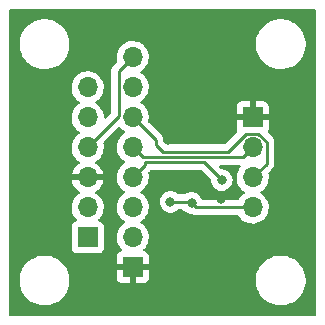
<source format=gbr>
%TF.GenerationSoftware,KiCad,Pcbnew,(6.0.5)*%
%TF.CreationDate,2022-10-07T13:32:43+01:00*%
%TF.ProjectId,IBBC_0001,49424243-5f30-4303-9031-2e6b69636164,rev?*%
%TF.SameCoordinates,Original*%
%TF.FileFunction,Copper,L2,Bot*%
%TF.FilePolarity,Positive*%
%FSLAX46Y46*%
G04 Gerber Fmt 4.6, Leading zero omitted, Abs format (unit mm)*
G04 Created by KiCad (PCBNEW (6.0.5)) date 2022-10-07 13:32:43*
%MOMM*%
%LPD*%
G01*
G04 APERTURE LIST*
%TA.AperFunction,ComponentPad*%
%ADD10R,1.700000X1.700000*%
%TD*%
%TA.AperFunction,ComponentPad*%
%ADD11O,1.700000X1.700000*%
%TD*%
%TA.AperFunction,ViaPad*%
%ADD12C,0.800000*%
%TD*%
%TA.AperFunction,Conductor*%
%ADD13C,0.250000*%
%TD*%
G04 APERTURE END LIST*
D10*
%TO.P,J4,1,Pin_1*%
%TO.N,GND*%
X7620000Y3800000D03*
D11*
%TO.P,J4,2,Pin_2*%
%TO.N,INT2*%
X7620000Y1260000D03*
%TO.P,J4,3,Pin_3*%
%TO.N,SDO*%
X7620000Y-1280000D03*
%TO.P,J4,4,Pin_4*%
%TO.N,CS*%
X7620000Y-3820000D03*
%TD*%
D10*
%TO.P,J3,1,Pin_1*%
%TO.N,Vin*%
X-6350000Y-6350000D03*
D11*
%TO.P,J3,2,Pin_2*%
%TO.N,3v3*%
X-6350000Y-3810000D03*
%TO.P,J3,3,Pin_3*%
%TO.N,GND*%
X-6350000Y-1270000D03*
%TO.P,J3,4,Pin_4*%
%TO.N,SCL*%
X-6350000Y1270000D03*
%TO.P,J3,5,Pin_5*%
%TO.N,SDA*%
X-6350000Y3810000D03*
%TO.P,J3,6,Pin_6*%
%TO.N,INT1*%
X-6350000Y6350000D03*
%TD*%
D10*
%TO.P,J2,1,Pin_1*%
%TO.N,GND*%
X-2540000Y-8875000D03*
D11*
%TO.P,J2,2,Pin_2*%
%TO.N,3v3*%
X-2540000Y-6335000D03*
%TO.P,J2,3,Pin_3*%
%TO.N,CS*%
X-2540000Y-3795000D03*
%TO.P,J2,4,Pin_4*%
%TO.N,INT1*%
X-2540000Y-1255000D03*
%TO.P,J2,5,Pin_5*%
%TO.N,INT2*%
X-2540000Y1285000D03*
%TO.P,J2,6,Pin_6*%
%TO.N,SDO*%
X-2540000Y3825000D03*
%TO.P,J2,7,Pin_7*%
%TO.N,SDA*%
X-2540000Y6365000D03*
%TO.P,J2,8,Pin_8*%
%TO.N,SCL*%
X-2540000Y8905000D03*
%TD*%
D12*
%TO.N,GND*%
X4900000Y-3095500D03*
%TO.N,CS*%
X2446841Y-3430530D03*
X657920Y-3343442D03*
%TO.N,GND*%
X412299Y1887701D03*
%TO.N,INT1*%
X5000000Y-1500000D03*
%TD*%
D13*
%TO.N,CS*%
X7620000Y-3820000D02*
X2836311Y-3820000D01*
X2836311Y-3820000D02*
X2446841Y-3430530D01*
X2243442Y-3343442D02*
X2330530Y-3430530D01*
X657920Y-3343442D02*
X2243442Y-3343442D01*
X2330530Y-3430530D02*
X2446841Y-3430530D01*
%TO.N,INT1*%
X-1500000Y-215000D02*
X-2540000Y-1255000D01*
X-1500000Y-14520D02*
X-1500000Y-215000D01*
X3514520Y-14520D02*
X-1500000Y-14520D01*
X5000000Y-1500000D02*
X3514520Y-14520D01*
%TO.N,SDO*%
X-600000Y1885000D02*
X-2540000Y3825000D01*
X-600000Y1500000D02*
X-600000Y1885000D01*
X5500000Y884520D02*
X15480Y884520D01*
X7049991Y2434511D02*
X5500000Y884520D01*
X8106499Y2434511D02*
X7049991Y2434511D01*
X15480Y884520D02*
X-600000Y1500000D01*
X8794511Y1746499D02*
X8106499Y2434511D01*
X8794511Y-105489D02*
X8794511Y1746499D01*
X7620000Y-1280000D02*
X8794511Y-105489D01*
%TO.N,INT2*%
X6795000Y435000D02*
X7620000Y1260000D01*
X-2540000Y1285000D02*
X-1690000Y435000D01*
X-1690000Y435000D02*
X6795000Y435000D01*
%TO.N,CS*%
X7595000Y-3795000D02*
X7620000Y-3820000D01*
%TO.N,INT2*%
X7595000Y1285000D02*
X7620000Y1260000D01*
%TO.N,SCL*%
X-3714511Y7730489D02*
X-2540000Y8905000D01*
X-3714511Y3905489D02*
X-3714511Y7730489D01*
X-6350000Y1270000D02*
X-3714511Y3905489D01*
%TD*%
%TA.AperFunction,Conductor*%
%TO.N,GND*%
G36*
X12933621Y12971498D02*
G01*
X12980114Y12917842D01*
X12991500Y12865500D01*
X12991500Y-12865500D01*
X12971498Y-12933621D01*
X12917842Y-12980114D01*
X12865500Y-12991500D01*
X-12865500Y-12991500D01*
X-12933621Y-12971498D01*
X-12980114Y-12917842D01*
X-12991500Y-12865500D01*
X-12991500Y-10132703D01*
X-12109257Y-10132703D01*
X-12071732Y-10417734D01*
X-11995871Y-10695036D01*
X-11883077Y-10959476D01*
X-11735439Y-11206161D01*
X-11555687Y-11430528D01*
X-11347149Y-11628423D01*
X-11113683Y-11796186D01*
X-11109888Y-11798195D01*
X-11109887Y-11798196D01*
X-11088131Y-11809715D01*
X-10859608Y-11930712D01*
X-10589627Y-12029511D01*
X-10308736Y-12090755D01*
X-10280159Y-12093004D01*
X-10085718Y-12108307D01*
X-10085709Y-12108307D01*
X-10083261Y-12108500D01*
X-9927729Y-12108500D01*
X-9925593Y-12108354D01*
X-9925582Y-12108354D01*
X-9717452Y-12094165D01*
X-9717446Y-12094164D01*
X-9713175Y-12093873D01*
X-9708980Y-12093004D01*
X-9708978Y-12093004D01*
X-9572416Y-12064723D01*
X-9431658Y-12035574D01*
X-9160657Y-11939607D01*
X-8905188Y-11807750D01*
X-8901687Y-11805289D01*
X-8901683Y-11805287D01*
X-8787583Y-11725096D01*
X-8669977Y-11642441D01*
X-8459378Y-11446740D01*
X-8277287Y-11224268D01*
X-8127073Y-10979142D01*
X-8011517Y-10715898D01*
X-7932756Y-10439406D01*
X-7892249Y-10154784D01*
X-7892155Y-10136951D01*
X-7890765Y-9871583D01*
X-7890765Y-9871576D01*
X-7890743Y-9867297D01*
X-7893993Y-9842606D01*
X-7903596Y-9769669D01*
X-3897999Y-9769669D01*
X-3897629Y-9776490D01*
X-3892105Y-9827352D01*
X-3888479Y-9842604D01*
X-3843324Y-9963054D01*
X-3834786Y-9978649D01*
X-3758285Y-10080724D01*
X-3745724Y-10093285D01*
X-3643649Y-10169786D01*
X-3628054Y-10178324D01*
X-3507606Y-10223478D01*
X-3492351Y-10227105D01*
X-3441486Y-10232631D01*
X-3434672Y-10233000D01*
X-2812115Y-10233000D01*
X-2796876Y-10228525D01*
X-2795671Y-10227135D01*
X-2794000Y-10219452D01*
X-2794000Y-10214884D01*
X-2286000Y-10214884D01*
X-2281525Y-10230123D01*
X-2280135Y-10231328D01*
X-2272452Y-10232999D01*
X-1645331Y-10232999D01*
X-1638510Y-10232629D01*
X-1587648Y-10227105D01*
X-1572396Y-10223479D01*
X-1451946Y-10178324D01*
X-1436351Y-10169786D01*
X-1386871Y-10132703D01*
X7890743Y-10132703D01*
X7928268Y-10417734D01*
X8004129Y-10695036D01*
X8116923Y-10959476D01*
X8264561Y-11206161D01*
X8444313Y-11430528D01*
X8652851Y-11628423D01*
X8886317Y-11796186D01*
X8890112Y-11798195D01*
X8890113Y-11798196D01*
X8911869Y-11809715D01*
X9140392Y-11930712D01*
X9410373Y-12029511D01*
X9691264Y-12090755D01*
X9719841Y-12093004D01*
X9914282Y-12108307D01*
X9914291Y-12108307D01*
X9916739Y-12108500D01*
X10072271Y-12108500D01*
X10074407Y-12108354D01*
X10074418Y-12108354D01*
X10282548Y-12094165D01*
X10282554Y-12094164D01*
X10286825Y-12093873D01*
X10291020Y-12093004D01*
X10291022Y-12093004D01*
X10427584Y-12064723D01*
X10568342Y-12035574D01*
X10839343Y-11939607D01*
X11094812Y-11807750D01*
X11098313Y-11805289D01*
X11098317Y-11805287D01*
X11212417Y-11725096D01*
X11330023Y-11642441D01*
X11540622Y-11446740D01*
X11722713Y-11224268D01*
X11872927Y-10979142D01*
X11988483Y-10715898D01*
X12067244Y-10439406D01*
X12107751Y-10154784D01*
X12107845Y-10136951D01*
X12109235Y-9871583D01*
X12109235Y-9871576D01*
X12109257Y-9867297D01*
X12106007Y-9842606D01*
X12072292Y-9586522D01*
X12071732Y-9582266D01*
X11995871Y-9304964D01*
X11921528Y-9130671D01*
X11884763Y-9044476D01*
X11884761Y-9044472D01*
X11883077Y-9040524D01*
X11735439Y-8793839D01*
X11555687Y-8569472D01*
X11347149Y-8371577D01*
X11113683Y-8203814D01*
X11091843Y-8192250D01*
X11068654Y-8179972D01*
X10859608Y-8069288D01*
X10616522Y-7980331D01*
X10593658Y-7971964D01*
X10593656Y-7971963D01*
X10589627Y-7970489D01*
X10308736Y-7909245D01*
X10277685Y-7906801D01*
X10085718Y-7891693D01*
X10085709Y-7891693D01*
X10083261Y-7891500D01*
X9927729Y-7891500D01*
X9925593Y-7891646D01*
X9925582Y-7891646D01*
X9717452Y-7905835D01*
X9717446Y-7905836D01*
X9713175Y-7906127D01*
X9708980Y-7906996D01*
X9708978Y-7906996D01*
X9572416Y-7935277D01*
X9431658Y-7964426D01*
X9160657Y-8060393D01*
X8905188Y-8192250D01*
X8901687Y-8194711D01*
X8901683Y-8194713D01*
X8891594Y-8201804D01*
X8669977Y-8357559D01*
X8459378Y-8553260D01*
X8277287Y-8775732D01*
X8127073Y-9020858D01*
X8125347Y-9024791D01*
X8125346Y-9024792D01*
X8077638Y-9133475D01*
X8011517Y-9284102D01*
X7932756Y-9560594D01*
X7929672Y-9582266D01*
X7894792Y-9827351D01*
X7892249Y-9845216D01*
X7892227Y-9849505D01*
X7892226Y-9849512D01*
X7891550Y-9978649D01*
X7890743Y-10132703D01*
X-1386871Y-10132703D01*
X-1334276Y-10093285D01*
X-1321715Y-10080724D01*
X-1245214Y-9978649D01*
X-1236676Y-9963054D01*
X-1191522Y-9842606D01*
X-1187895Y-9827351D01*
X-1182369Y-9776486D01*
X-1182000Y-9769672D01*
X-1182000Y-9147115D01*
X-1186475Y-9131876D01*
X-1187865Y-9130671D01*
X-1195548Y-9129000D01*
X-2267885Y-9129000D01*
X-2283124Y-9133475D01*
X-2284329Y-9134865D01*
X-2286000Y-9142548D01*
X-2286000Y-10214884D01*
X-2794000Y-10214884D01*
X-2794000Y-9147115D01*
X-2798475Y-9131876D01*
X-2799865Y-9130671D01*
X-2807548Y-9129000D01*
X-3879884Y-9129000D01*
X-3895123Y-9133475D01*
X-3896328Y-9134865D01*
X-3897999Y-9142548D01*
X-3897999Y-9769669D01*
X-7903596Y-9769669D01*
X-7927708Y-9586522D01*
X-7928268Y-9582266D01*
X-8004129Y-9304964D01*
X-8078472Y-9130671D01*
X-8115237Y-9044476D01*
X-8115239Y-9044472D01*
X-8116923Y-9040524D01*
X-8264561Y-8793839D01*
X-8444313Y-8569472D01*
X-8652851Y-8371577D01*
X-8886317Y-8203814D01*
X-8908157Y-8192250D01*
X-8931346Y-8179972D01*
X-9140392Y-8069288D01*
X-9383478Y-7980331D01*
X-9406342Y-7971964D01*
X-9406344Y-7971963D01*
X-9410373Y-7970489D01*
X-9691264Y-7909245D01*
X-9722315Y-7906801D01*
X-9914282Y-7891693D01*
X-9914291Y-7891693D01*
X-9916739Y-7891500D01*
X-10072271Y-7891500D01*
X-10074407Y-7891646D01*
X-10074418Y-7891646D01*
X-10282548Y-7905835D01*
X-10282554Y-7905836D01*
X-10286825Y-7906127D01*
X-10291020Y-7906996D01*
X-10291022Y-7906996D01*
X-10427584Y-7935277D01*
X-10568342Y-7964426D01*
X-10839343Y-8060393D01*
X-11094812Y-8192250D01*
X-11098313Y-8194711D01*
X-11098317Y-8194713D01*
X-11108406Y-8201804D01*
X-11330023Y-8357559D01*
X-11540622Y-8553260D01*
X-11722713Y-8775732D01*
X-11872927Y-9020858D01*
X-11874653Y-9024791D01*
X-11874654Y-9024792D01*
X-11922362Y-9133475D01*
X-11988483Y-9284102D01*
X-12067244Y-9560594D01*
X-12070328Y-9582266D01*
X-12105208Y-9827351D01*
X-12107751Y-9845216D01*
X-12107773Y-9849505D01*
X-12107774Y-9849512D01*
X-12108450Y-9978649D01*
X-12109257Y-10132703D01*
X-12991500Y-10132703D01*
X-12991500Y-3776695D01*
X-7712749Y-3776695D01*
X-7712452Y-3781848D01*
X-7712452Y-3781851D01*
X-7706413Y-3886590D01*
X-7699890Y-3999715D01*
X-7698753Y-4004761D01*
X-7698752Y-4004767D01*
X-7682261Y-4077939D01*
X-7650778Y-4217639D01*
X-7566734Y-4424616D01*
X-7450013Y-4615088D01*
X-7303750Y-4783938D01*
X-7299770Y-4787242D01*
X-7295019Y-4791187D01*
X-7255384Y-4850090D01*
X-7253887Y-4921071D01*
X-7291003Y-4981593D01*
X-7331275Y-5006112D01*
X-7427249Y-5042091D01*
X-7446705Y-5049385D01*
X-7563261Y-5136739D01*
X-7650615Y-5253295D01*
X-7701745Y-5389684D01*
X-7708500Y-5451866D01*
X-7708500Y-7248134D01*
X-7701745Y-7310316D01*
X-7650615Y-7446705D01*
X-7563261Y-7563261D01*
X-7446705Y-7650615D01*
X-7310316Y-7701745D01*
X-7248134Y-7708500D01*
X-5451866Y-7708500D01*
X-5389684Y-7701745D01*
X-5253295Y-7650615D01*
X-5136739Y-7563261D01*
X-5049385Y-7446705D01*
X-4998255Y-7310316D01*
X-4991500Y-7248134D01*
X-4991500Y-5451866D01*
X-4998255Y-5389684D01*
X-5049385Y-5253295D01*
X-5136739Y-5136739D01*
X-5253295Y-5049385D01*
X-5265868Y-5044672D01*
X-5371797Y-5004960D01*
X-5428561Y-4962318D01*
X-5453261Y-4895756D01*
X-5438053Y-4826408D01*
X-5416507Y-4797727D01*
X-5387617Y-4768938D01*
X-5311904Y-4693489D01*
X-5298109Y-4674292D01*
X-5184565Y-4516277D01*
X-5181547Y-4512077D01*
X-5174133Y-4497077D01*
X-5084864Y-4316453D01*
X-5084863Y-4316451D01*
X-5082570Y-4311811D01*
X-5017630Y-4098069D01*
X-4988471Y-3876590D01*
X-4988389Y-3873240D01*
X-4986926Y-3813365D01*
X-4986926Y-3813361D01*
X-4986844Y-3810000D01*
X-5005148Y-3587361D01*
X-5059569Y-3370702D01*
X-5148646Y-3165840D01*
X-5260709Y-2992617D01*
X-5267178Y-2982617D01*
X-5267180Y-2982614D01*
X-5269986Y-2978277D01*
X-5420330Y-2813051D01*
X-5424381Y-2809852D01*
X-5424385Y-2809848D01*
X-5591586Y-2677800D01*
X-5591590Y-2677798D01*
X-5595641Y-2674598D01*
X-5604899Y-2669487D01*
X-5620830Y-2660693D01*
X-5637431Y-2651529D01*
X-5687402Y-2601097D01*
X-5702174Y-2531654D01*
X-5677058Y-2465248D01*
X-5649706Y-2438641D01*
X-5474672Y-2313792D01*
X-5466800Y-2307139D01*
X-5315948Y-2156812D01*
X-5309270Y-2148965D01*
X-5184997Y-1976020D01*
X-5179687Y-1967183D01*
X-5085330Y-1776267D01*
X-5081531Y-1766672D01*
X-5019623Y-1562910D01*
X-5017445Y-1552837D01*
X-5016014Y-1541962D01*
X-5018225Y-1527778D01*
X-5031383Y-1524000D01*
X-7666775Y-1524000D01*
X-7680306Y-1527973D01*
X-7681743Y-1537966D01*
X-7651435Y-1672446D01*
X-7648355Y-1682275D01*
X-7568230Y-1879603D01*
X-7563587Y-1888794D01*
X-7452306Y-2070388D01*
X-7446223Y-2078699D01*
X-7306787Y-2239667D01*
X-7299420Y-2246883D01*
X-7135566Y-2382916D01*
X-7127119Y-2388831D01*
X-7058031Y-2429203D01*
X-7009307Y-2480842D01*
X-6996236Y-2550625D01*
X-7022967Y-2616396D01*
X-7063416Y-2649752D01*
X-7076393Y-2656507D01*
X-7080526Y-2659610D01*
X-7080529Y-2659612D01*
X-7250900Y-2787530D01*
X-7255035Y-2790635D01*
X-7258607Y-2794373D01*
X-7391465Y-2933401D01*
X-7409371Y-2952138D01*
X-7412285Y-2956410D01*
X-7412286Y-2956411D01*
X-7419930Y-2967617D01*
X-7535257Y-3136680D01*
X-7582284Y-3237992D01*
X-7624666Y-3329297D01*
X-7629312Y-3339305D01*
X-7689011Y-3554570D01*
X-7712749Y-3776695D01*
X-12991500Y-3776695D01*
X-12991500Y1303305D01*
X-7712749Y1303305D01*
X-7712452Y1298152D01*
X-7712452Y1298149D01*
X-7704014Y1151808D01*
X-7699890Y1080285D01*
X-7698753Y1075239D01*
X-7698752Y1075233D01*
X-7678881Y987061D01*
X-7650778Y862361D01*
X-7566734Y655384D01*
X-7450013Y464912D01*
X-7303750Y296062D01*
X-7131874Y153368D01*
X-7058045Y110226D01*
X-7009321Y58588D01*
X-6996250Y-11195D01*
X-7022981Y-76967D01*
X-7063438Y-110327D01*
X-7071543Y-114546D01*
X-7080262Y-120036D01*
X-7250567Y-247905D01*
X-7258274Y-254748D01*
X-7405410Y-408717D01*
X-7411896Y-416727D01*
X-7531902Y-592649D01*
X-7537000Y-601623D01*
X-7626662Y-794783D01*
X-7630225Y-804470D01*
X-7685611Y-1004183D01*
X-7684088Y-1012607D01*
X-7671708Y-1016000D01*
X-5031656Y-1016000D01*
X-5018125Y-1012027D01*
X-5016820Y-1002947D01*
X-5058786Y-835875D01*
X-5062106Y-826124D01*
X-5147028Y-630814D01*
X-5151895Y-621739D01*
X-5267574Y-442926D01*
X-5273864Y-434757D01*
X-5417194Y-277240D01*
X-5424727Y-270215D01*
X-5591861Y-138222D01*
X-5600444Y-132520D01*
X-5637398Y-112120D01*
X-5687369Y-61687D01*
X-5702141Y7755D01*
X-5677025Y74161D01*
X-5649673Y100768D01*
X-5614966Y125524D01*
X-5470140Y228827D01*
X-5311904Y386511D01*
X-5252406Y469311D01*
X-5184565Y563723D01*
X-5181547Y567923D01*
X-5133084Y665980D01*
X-5084864Y763547D01*
X-5084863Y763549D01*
X-5082570Y768189D01*
X-5017630Y981931D01*
X-4988471Y1203410D01*
X-4988389Y1206760D01*
X-4986926Y1266635D01*
X-4986926Y1266639D01*
X-4986844Y1270000D01*
X-5005148Y1492639D01*
X-5033179Y1604235D01*
X-5030375Y1675177D01*
X-5000070Y1724026D01*
X-3765509Y2958587D01*
X-3703197Y2992613D01*
X-3632382Y2987548D01*
X-3581177Y2951990D01*
X-3497135Y2854969D01*
X-3497131Y2854965D01*
X-3493750Y2851062D01*
X-3321874Y2708368D01*
X-3315044Y2704377D01*
X-3248555Y2665524D01*
X-3199831Y2613886D01*
X-3186760Y2544103D01*
X-3213491Y2478331D01*
X-3253945Y2444973D01*
X-3266393Y2438493D01*
X-3270526Y2435390D01*
X-3270529Y2435388D01*
X-3414675Y2327160D01*
X-3445035Y2304365D01*
X-3448607Y2300627D01*
X-3586785Y2156032D01*
X-3599371Y2142862D01*
X-3602283Y2138593D01*
X-3602286Y2138589D01*
X-3632231Y2094691D01*
X-3725257Y1958320D01*
X-3755584Y1892986D01*
X-3816197Y1762405D01*
X-3819312Y1755695D01*
X-3879011Y1540430D01*
X-3902749Y1318305D01*
X-3902452Y1313152D01*
X-3902452Y1313149D01*
X-3896124Y1203410D01*
X-3889890Y1095285D01*
X-3888753Y1090239D01*
X-3888752Y1090233D01*
X-3886510Y1080285D01*
X-3840778Y877361D01*
X-3756734Y670384D01*
X-3640013Y479912D01*
X-3493750Y311062D01*
X-3321874Y168368D01*
X-3301860Y156673D01*
X-3248555Y125524D01*
X-3199831Y73886D01*
X-3186760Y4103D01*
X-3213491Y-61669D01*
X-3253945Y-95027D01*
X-3266393Y-101507D01*
X-3270526Y-104610D01*
X-3270529Y-104612D01*
X-3435331Y-228349D01*
X-3445035Y-235635D01*
X-3478080Y-270215D01*
X-3592513Y-389962D01*
X-3599371Y-397138D01*
X-3602285Y-401410D01*
X-3602286Y-401411D01*
X-3633067Y-446534D01*
X-3725257Y-581680D01*
X-3747609Y-629834D01*
X-3786103Y-712763D01*
X-3819312Y-784305D01*
X-3879011Y-999570D01*
X-3902749Y-1221695D01*
X-3902452Y-1226848D01*
X-3902452Y-1226851D01*
X-3890188Y-1439547D01*
X-3889890Y-1444715D01*
X-3888753Y-1449761D01*
X-3888752Y-1449767D01*
X-3874930Y-1511096D01*
X-3840778Y-1662639D01*
X-3756734Y-1869616D01*
X-3640013Y-2060088D01*
X-3493750Y-2228938D01*
X-3387041Y-2317529D01*
X-3328526Y-2366109D01*
X-3321874Y-2371632D01*
X-3292441Y-2388831D01*
X-3248555Y-2414476D01*
X-3199831Y-2466114D01*
X-3186760Y-2535897D01*
X-3213491Y-2601669D01*
X-3253945Y-2635027D01*
X-3266393Y-2641507D01*
X-3270526Y-2644610D01*
X-3270529Y-2644612D01*
X-3440900Y-2772530D01*
X-3445035Y-2775635D01*
X-3599371Y-2937138D01*
X-3602285Y-2941410D01*
X-3602286Y-2941411D01*
X-3624828Y-2974457D01*
X-3725257Y-3121680D01*
X-3819312Y-3324305D01*
X-3879011Y-3539570D01*
X-3902749Y-3761695D01*
X-3902452Y-3766848D01*
X-3902452Y-3766851D01*
X-3890338Y-3976942D01*
X-3889890Y-3984715D01*
X-3888753Y-3989761D01*
X-3888752Y-3989767D01*
X-3881418Y-4022308D01*
X-3840778Y-4202639D01*
X-3756734Y-4409616D01*
X-3640013Y-4600088D01*
X-3493750Y-4768938D01*
X-3321874Y-4911632D01*
X-3305721Y-4921071D01*
X-3248555Y-4954476D01*
X-3199831Y-5006114D01*
X-3186760Y-5075897D01*
X-3213491Y-5141669D01*
X-3253945Y-5175027D01*
X-3266393Y-5181507D01*
X-3270526Y-5184610D01*
X-3270529Y-5184612D01*
X-3440900Y-5312530D01*
X-3445035Y-5315635D01*
X-3448607Y-5319373D01*
X-3575220Y-5451866D01*
X-3599371Y-5477138D01*
X-3725257Y-5661680D01*
X-3819312Y-5864305D01*
X-3879011Y-6079570D01*
X-3902749Y-6301695D01*
X-3902452Y-6306848D01*
X-3902452Y-6306851D01*
X-3896989Y-6401590D01*
X-3889890Y-6524715D01*
X-3888753Y-6529761D01*
X-3888752Y-6529767D01*
X-3868881Y-6617939D01*
X-3840778Y-6742639D01*
X-3756734Y-6949616D01*
X-3640013Y-7140088D01*
X-3493750Y-7308938D01*
X-3489775Y-7312238D01*
X-3489769Y-7312244D01*
X-3484575Y-7316556D01*
X-3444941Y-7375460D01*
X-3443445Y-7446441D01*
X-3480561Y-7506962D01*
X-3520832Y-7531480D01*
X-3628054Y-7571676D01*
X-3643649Y-7580214D01*
X-3745724Y-7656715D01*
X-3758285Y-7669276D01*
X-3834786Y-7771351D01*
X-3843324Y-7786946D01*
X-3888478Y-7907394D01*
X-3892105Y-7922649D01*
X-3897631Y-7973514D01*
X-3898000Y-7980328D01*
X-3898000Y-8602885D01*
X-3893525Y-8618124D01*
X-3892135Y-8619329D01*
X-3884452Y-8621000D01*
X-1200116Y-8621000D01*
X-1184877Y-8616525D01*
X-1183672Y-8615135D01*
X-1182001Y-8607452D01*
X-1182001Y-7980331D01*
X-1182371Y-7973510D01*
X-1187895Y-7922648D01*
X-1191521Y-7907396D01*
X-1236676Y-7786946D01*
X-1245214Y-7771351D01*
X-1321715Y-7669276D01*
X-1334276Y-7656715D01*
X-1436351Y-7580214D01*
X-1451946Y-7571676D01*
X-1562187Y-7530348D01*
X-1618951Y-7487706D01*
X-1643651Y-7421145D01*
X-1628443Y-7351796D01*
X-1606896Y-7323115D01*
X-1505570Y-7222144D01*
X-1505560Y-7222132D01*
X-1501904Y-7218489D01*
X-1442406Y-7135689D01*
X-1374565Y-7041277D01*
X-1371547Y-7037077D01*
X-1272570Y-6836811D01*
X-1207630Y-6623069D01*
X-1178471Y-6401590D01*
X-1176844Y-6335000D01*
X-1195148Y-6112361D01*
X-1249569Y-5895702D01*
X-1338646Y-5690840D01*
X-1459986Y-5503277D01*
X-1610330Y-5338051D01*
X-1614381Y-5334852D01*
X-1614385Y-5334848D01*
X-1781586Y-5202800D01*
X-1781590Y-5202798D01*
X-1785641Y-5199598D01*
X-1826947Y-5176796D01*
X-1876916Y-5126364D01*
X-1891688Y-5056921D01*
X-1866572Y-4990516D01*
X-1839220Y-4963909D01*
X-1779163Y-4921071D01*
X-1660140Y-4836173D01*
X-1614996Y-4791187D01*
X-1505565Y-4682137D01*
X-1501904Y-4678489D01*
X-1466335Y-4628990D01*
X-1374565Y-4501277D01*
X-1371547Y-4497077D01*
X-1359895Y-4473502D01*
X-1274864Y-4301453D01*
X-1274863Y-4301451D01*
X-1272570Y-4296811D01*
X-1222095Y-4130679D01*
X-1209135Y-4088023D01*
X-1209135Y-4088021D01*
X-1207630Y-4083069D01*
X-1178471Y-3861590D01*
X-1177210Y-3810000D01*
X-1176926Y-3798365D01*
X-1176926Y-3798361D01*
X-1176844Y-3795000D01*
X-1195148Y-3572361D01*
X-1249569Y-3355702D01*
X-1338646Y-3150840D01*
X-1441005Y-2992617D01*
X-1457178Y-2967617D01*
X-1457180Y-2967614D01*
X-1459986Y-2963277D01*
X-1610330Y-2798051D01*
X-1614381Y-2794852D01*
X-1614385Y-2794848D01*
X-1781586Y-2662800D01*
X-1781590Y-2662798D01*
X-1785641Y-2659598D01*
X-1826947Y-2636796D01*
X-1876916Y-2586364D01*
X-1891688Y-2516921D01*
X-1866572Y-2450516D01*
X-1839220Y-2423909D01*
X-1795397Y-2392650D01*
X-1660140Y-2296173D01*
X-1651172Y-2287237D01*
X-1505565Y-2142137D01*
X-1501904Y-2138489D01*
X-1466335Y-2088990D01*
X-1374565Y-1961277D01*
X-1371547Y-1957077D01*
X-1342853Y-1899020D01*
X-1274864Y-1761453D01*
X-1274863Y-1761451D01*
X-1272570Y-1756811D01*
X-1216731Y-1573023D01*
X-1209135Y-1548023D01*
X-1209135Y-1548021D01*
X-1207630Y-1543069D01*
X-1178471Y-1321590D01*
X-1178350Y-1316635D01*
X-1176926Y-1258365D01*
X-1176926Y-1258361D01*
X-1176844Y-1255000D01*
X-1195148Y-1032361D01*
X-1223179Y-920766D01*
X-1220375Y-849825D01*
X-1190070Y-800975D01*
X-1107747Y-718652D01*
X-1099461Y-711112D01*
X-1092982Y-707000D01*
X-1074921Y-687767D01*
X-1013708Y-651802D01*
X-983071Y-648020D01*
X3199925Y-648020D01*
X3268046Y-668022D01*
X3289021Y-684925D01*
X4052879Y-1448784D01*
X4086904Y-1511096D01*
X4089093Y-1524709D01*
X4105654Y-1682275D01*
X4106458Y-1689928D01*
X4165473Y-1871556D01*
X4260960Y-2036944D01*
X4265378Y-2041851D01*
X4265379Y-2041852D01*
X4378186Y-2167137D01*
X4388747Y-2178866D01*
X4543248Y-2291118D01*
X4549276Y-2293802D01*
X4549278Y-2293803D01*
X4711681Y-2366109D01*
X4717712Y-2368794D01*
X4811113Y-2388647D01*
X4898056Y-2407128D01*
X4898061Y-2407128D01*
X4904513Y-2408500D01*
X5095487Y-2408500D01*
X5101939Y-2407128D01*
X5101944Y-2407128D01*
X5188887Y-2388647D01*
X5282288Y-2368794D01*
X5288319Y-2366109D01*
X5450722Y-2293803D01*
X5450724Y-2293802D01*
X5456752Y-2291118D01*
X5611253Y-2178866D01*
X5621814Y-2167137D01*
X5734621Y-2041852D01*
X5734622Y-2041851D01*
X5739040Y-2036944D01*
X5834527Y-1871556D01*
X5893542Y-1689928D01*
X5894347Y-1682275D01*
X5912814Y-1506565D01*
X5913504Y-1500000D01*
X5897028Y-1343240D01*
X5894232Y-1316635D01*
X5894232Y-1316633D01*
X5893542Y-1310072D01*
X5834527Y-1128444D01*
X5739040Y-963056D01*
X5637087Y-849825D01*
X5615675Y-826045D01*
X5615674Y-826044D01*
X5611253Y-821134D01*
X5456752Y-708882D01*
X5450724Y-706198D01*
X5450722Y-706197D01*
X5288319Y-633891D01*
X5288318Y-633891D01*
X5282288Y-631206D01*
X5188888Y-611353D01*
X5101944Y-592872D01*
X5101939Y-592872D01*
X5095487Y-591500D01*
X5039595Y-591500D01*
X4971474Y-571498D01*
X4950500Y-554595D01*
X4809500Y-413595D01*
X4775474Y-351283D01*
X4780539Y-280468D01*
X4823086Y-223632D01*
X4889606Y-198821D01*
X4898595Y-198500D01*
X6479652Y-198500D01*
X6547773Y-218502D01*
X6594266Y-272158D01*
X6604370Y-342432D01*
X6570747Y-411550D01*
X6560629Y-422138D01*
X6557715Y-426410D01*
X6557714Y-426411D01*
X6495663Y-517375D01*
X6434743Y-606680D01*
X6422112Y-633891D01*
X6344555Y-800975D01*
X6340688Y-809305D01*
X6280989Y-1024570D01*
X6257251Y-1246695D01*
X6257548Y-1251848D01*
X6257548Y-1251851D01*
X6268903Y-1448784D01*
X6270110Y-1469715D01*
X6271247Y-1474761D01*
X6271248Y-1474767D01*
X6291113Y-1562910D01*
X6319222Y-1687639D01*
X6403266Y-1894616D01*
X6519987Y-2085088D01*
X6666250Y-2253938D01*
X6838126Y-2396632D01*
X6884805Y-2423909D01*
X6911445Y-2439476D01*
X6960169Y-2491114D01*
X6973240Y-2560897D01*
X6946509Y-2626669D01*
X6906055Y-2660027D01*
X6893607Y-2666507D01*
X6889474Y-2669610D01*
X6889471Y-2669612D01*
X6719100Y-2797530D01*
X6714965Y-2800635D01*
X6696605Y-2819848D01*
X6584520Y-2937138D01*
X6560629Y-2962138D01*
X6557715Y-2966410D01*
X6557714Y-2966411D01*
X6445095Y-3131504D01*
X6390184Y-3176507D01*
X6341007Y-3186500D01*
X3414348Y-3186500D01*
X3346227Y-3166498D01*
X3299734Y-3112842D01*
X3294515Y-3099436D01*
X3283410Y-3065259D01*
X3281368Y-3058974D01*
X3185881Y-2893586D01*
X3058094Y-2751664D01*
X2920271Y-2651529D01*
X2908935Y-2643293D01*
X2908934Y-2643292D01*
X2903593Y-2639412D01*
X2897565Y-2636728D01*
X2897563Y-2636727D01*
X2735160Y-2564421D01*
X2735159Y-2564421D01*
X2729129Y-2561736D01*
X2635728Y-2541883D01*
X2548785Y-2523402D01*
X2548780Y-2523402D01*
X2542328Y-2522030D01*
X2351354Y-2522030D01*
X2344902Y-2523402D01*
X2344897Y-2523402D01*
X2257954Y-2541883D01*
X2164553Y-2561736D01*
X2158523Y-2564421D01*
X2158522Y-2564421D01*
X1996119Y-2636727D01*
X1996117Y-2636728D01*
X1990089Y-2639412D01*
X1984748Y-2643292D01*
X1984747Y-2643293D01*
X1926134Y-2685878D01*
X1852073Y-2709942D01*
X1366120Y-2709942D01*
X1297999Y-2689940D01*
X1278773Y-2673599D01*
X1278500Y-2673902D01*
X1273588Y-2669479D01*
X1269173Y-2664576D01*
X1148137Y-2576638D01*
X1120014Y-2556205D01*
X1120013Y-2556204D01*
X1114672Y-2552324D01*
X1108644Y-2549640D01*
X1108642Y-2549639D01*
X946239Y-2477333D01*
X946238Y-2477333D01*
X940208Y-2474648D01*
X837864Y-2452894D01*
X759864Y-2436314D01*
X759859Y-2436314D01*
X753407Y-2434942D01*
X562433Y-2434942D01*
X555981Y-2436314D01*
X555976Y-2436314D01*
X477976Y-2452894D01*
X375632Y-2474648D01*
X369602Y-2477333D01*
X369601Y-2477333D01*
X207198Y-2549639D01*
X207196Y-2549640D01*
X201168Y-2552324D01*
X195827Y-2556204D01*
X195826Y-2556205D01*
X167703Y-2576638D01*
X46667Y-2664576D01*
X42246Y-2669486D01*
X42245Y-2669487D01*
X27487Y-2685878D01*
X-81120Y-2806498D01*
X-90677Y-2823051D01*
X-168821Y-2958401D01*
X-176607Y-2971886D01*
X-235622Y-3153514D01*
X-236312Y-3160075D01*
X-236312Y-3160077D01*
X-236987Y-3166498D01*
X-255584Y-3343442D01*
X-235622Y-3533370D01*
X-176607Y-3714998D01*
X-81120Y-3880386D01*
X-76702Y-3885293D01*
X-76701Y-3885294D01*
X5819Y-3976942D01*
X46667Y-4022308D01*
X201168Y-4134560D01*
X207196Y-4137244D01*
X207198Y-4137245D01*
X364826Y-4207425D01*
X375632Y-4212236D01*
X469032Y-4232089D01*
X555976Y-4250570D01*
X555981Y-4250570D01*
X562433Y-4251942D01*
X753407Y-4251942D01*
X759859Y-4250570D01*
X759864Y-4250570D01*
X846808Y-4232089D01*
X940208Y-4212236D01*
X951014Y-4207425D01*
X1108642Y-4137245D01*
X1108644Y-4137244D01*
X1114672Y-4134560D01*
X1158195Y-4102939D01*
X1247591Y-4037988D01*
X1269173Y-4022308D01*
X1273588Y-4017405D01*
X1278500Y-4012982D01*
X1279625Y-4014231D01*
X1332934Y-3981391D01*
X1366120Y-3976942D01*
X1660228Y-3976942D01*
X1728349Y-3996944D01*
X1753863Y-4018631D01*
X1835588Y-4109396D01*
X1870223Y-4134560D01*
X1977135Y-4212236D01*
X1990089Y-4221648D01*
X1996117Y-4224332D01*
X1996119Y-4224333D01*
X2158522Y-4296639D01*
X2164553Y-4299324D01*
X2245138Y-4316453D01*
X2344897Y-4337658D01*
X2344902Y-4337658D01*
X2351354Y-4339030D01*
X2428702Y-4339030D01*
X2496823Y-4359032D01*
X2504473Y-4364441D01*
X2505011Y-4364759D01*
X2511270Y-4369614D01*
X2518539Y-4372759D01*
X2518543Y-4372762D01*
X2551848Y-4387174D01*
X2562498Y-4392391D01*
X2601251Y-4413695D01*
X2608926Y-4415666D01*
X2608927Y-4415666D01*
X2620873Y-4418733D01*
X2639578Y-4425137D01*
X2658166Y-4433181D01*
X2665989Y-4434420D01*
X2665999Y-4434423D01*
X2701835Y-4440099D01*
X2713455Y-4442505D01*
X2748600Y-4451528D01*
X2756281Y-4453500D01*
X2776535Y-4453500D01*
X2796245Y-4455051D01*
X2816254Y-4458220D01*
X2824146Y-4457474D01*
X2860272Y-4454059D01*
X2872130Y-4453500D01*
X6344274Y-4453500D01*
X6412395Y-4473502D01*
X6451707Y-4513665D01*
X6519987Y-4625088D01*
X6666250Y-4793938D01*
X6838126Y-4936632D01*
X7031000Y-5049338D01*
X7035825Y-5051180D01*
X7035826Y-5051181D01*
X7076720Y-5066797D01*
X7239692Y-5129030D01*
X7244760Y-5130061D01*
X7244763Y-5130062D01*
X7301814Y-5141669D01*
X7458597Y-5173567D01*
X7463772Y-5173757D01*
X7463774Y-5173757D01*
X7676673Y-5181564D01*
X7676677Y-5181564D01*
X7681837Y-5181753D01*
X7686957Y-5181097D01*
X7686959Y-5181097D01*
X7898288Y-5154025D01*
X7898289Y-5154025D01*
X7903416Y-5153368D01*
X7934911Y-5143919D01*
X8112429Y-5090661D01*
X8112434Y-5090659D01*
X8117384Y-5089174D01*
X8317994Y-4990896D01*
X8499860Y-4861173D01*
X8658096Y-4703489D01*
X8662661Y-4697137D01*
X8785435Y-4526277D01*
X8788453Y-4522077D01*
X8792611Y-4513665D01*
X8885136Y-4326453D01*
X8885137Y-4326451D01*
X8887430Y-4321811D01*
X8943506Y-4137245D01*
X8950865Y-4113023D01*
X8950865Y-4113021D01*
X8952370Y-4108069D01*
X8981529Y-3886590D01*
X8983156Y-3820000D01*
X8964852Y-3597361D01*
X8910431Y-3380702D01*
X8821354Y-3175840D01*
X8700014Y-2988277D01*
X8549670Y-2823051D01*
X8545619Y-2819852D01*
X8545615Y-2819848D01*
X8378414Y-2687800D01*
X8378410Y-2687798D01*
X8374359Y-2684598D01*
X8333053Y-2661796D01*
X8283084Y-2611364D01*
X8268312Y-2541921D01*
X8293428Y-2475516D01*
X8320780Y-2448909D01*
X8379355Y-2407128D01*
X8499860Y-2321173D01*
X8658096Y-2163489D01*
X8668533Y-2148965D01*
X8785435Y-1986277D01*
X8788453Y-1982077D01*
X8803102Y-1952438D01*
X8885136Y-1786453D01*
X8885137Y-1786451D01*
X8887430Y-1781811D01*
X8952370Y-1568069D01*
X8981529Y-1346590D01*
X8983156Y-1280000D01*
X8964852Y-1057361D01*
X8936821Y-945765D01*
X8939625Y-874823D01*
X8969930Y-825974D01*
X9186758Y-609146D01*
X9195048Y-601602D01*
X9201529Y-597489D01*
X9248170Y-547821D01*
X9250924Y-544980D01*
X9270645Y-525259D01*
X9273123Y-522064D01*
X9280829Y-513042D01*
X9305669Y-486590D01*
X9311097Y-480810D01*
X9320857Y-463057D01*
X9331710Y-446534D01*
X9339264Y-436795D01*
X9344124Y-430530D01*
X9361687Y-389946D01*
X9366894Y-379316D01*
X9388206Y-340549D01*
X9390177Y-332872D01*
X9390179Y-332867D01*
X9393243Y-320931D01*
X9399649Y-302219D01*
X9404545Y-290906D01*
X9407692Y-283634D01*
X9409818Y-270215D01*
X9414608Y-239970D01*
X9417015Y-228349D01*
X9426039Y-193200D01*
X9426039Y-193199D01*
X9428011Y-185519D01*
X9428011Y-165258D01*
X9429562Y-145547D01*
X9431490Y-133374D01*
X9432730Y-125546D01*
X9428570Y-81535D01*
X9428011Y-69678D01*
X9428011Y1667732D01*
X9428538Y1678915D01*
X9430213Y1686408D01*
X9428073Y1754499D01*
X9428011Y1758456D01*
X9428011Y1786355D01*
X9427507Y1790346D01*
X9426574Y1802188D01*
X9425434Y1838463D01*
X9425185Y1846388D01*
X9422973Y1854002D01*
X9422972Y1854007D01*
X9419534Y1865840D01*
X9415523Y1885204D01*
X9413978Y1897435D01*
X9412985Y1905296D01*
X9410068Y1912663D01*
X9410067Y1912668D01*
X9396709Y1946407D01*
X9392865Y1957634D01*
X9390743Y1964938D01*
X9380529Y2000092D01*
X9370218Y2017527D01*
X9361523Y2035275D01*
X9354063Y2054116D01*
X9328075Y2089886D01*
X9321559Y2099806D01*
X9303091Y2131034D01*
X9303089Y2131037D01*
X9299053Y2137861D01*
X9284732Y2152182D01*
X9271891Y2167216D01*
X9264643Y2177192D01*
X9259983Y2183606D01*
X9225918Y2211787D01*
X9217138Y2219777D01*
X8917395Y2519520D01*
X8883369Y2581832D01*
X8888434Y2652647D01*
X8905664Y2684180D01*
X8914786Y2696352D01*
X8923324Y2711946D01*
X8968478Y2832394D01*
X8972105Y2847649D01*
X8977631Y2898514D01*
X8978000Y2905328D01*
X8978000Y3527885D01*
X8973525Y3543124D01*
X8972135Y3544329D01*
X8964452Y3546000D01*
X6280116Y3546000D01*
X6264877Y3541525D01*
X6263672Y3540135D01*
X6262001Y3532452D01*
X6262001Y2905331D01*
X6262371Y2898510D01*
X6267895Y2847648D01*
X6271521Y2832397D01*
X6319514Y2704377D01*
X6324697Y2633570D01*
X6290627Y2571052D01*
X5274500Y1554925D01*
X5212188Y1520899D01*
X5185405Y1518020D01*
X330075Y1518020D01*
X261954Y1538022D01*
X240980Y1554925D01*
X71127Y1724778D01*
X37101Y1787090D01*
X35016Y1821839D01*
X35702Y1824909D01*
X33562Y1892986D01*
X33500Y1896945D01*
X33500Y1924856D01*
X32995Y1928856D01*
X32062Y1940699D01*
X30922Y1976971D01*
X30673Y1984890D01*
X25022Y2004342D01*
X21014Y2023694D01*
X19467Y2035937D01*
X18474Y2043797D01*
X15556Y2051168D01*
X2200Y2084903D01*
X-1645Y2096130D01*
X-9623Y2123589D01*
X-13982Y2138593D01*
X-18016Y2145415D01*
X-18019Y2145421D01*
X-24294Y2156032D01*
X-32990Y2173782D01*
X-37528Y2185244D01*
X-37531Y2185249D01*
X-40448Y2192617D01*
X-57128Y2215575D01*
X-66427Y2228375D01*
X-72943Y2238293D01*
X-91425Y2269543D01*
X-95458Y2276363D01*
X-109782Y2290687D01*
X-122624Y2305722D01*
X-123894Y2307470D01*
X-134528Y2322107D01*
X-168594Y2350289D01*
X-177373Y2358278D01*
X-1188782Y3369687D01*
X-1222808Y3431999D01*
X-1220245Y3495411D01*
X-1212187Y3521931D01*
X-1207630Y3536931D01*
X-1178471Y3758410D01*
X-1176844Y3825000D01*
X-1195148Y4047639D01*
X-1201296Y4072115D01*
X6262000Y4072115D01*
X6266475Y4056876D01*
X6267865Y4055671D01*
X6275548Y4054000D01*
X7347885Y4054000D01*
X7363124Y4058475D01*
X7364329Y4059865D01*
X7366000Y4067548D01*
X7366000Y4072115D01*
X7874000Y4072115D01*
X7878475Y4056876D01*
X7879865Y4055671D01*
X7887548Y4054000D01*
X8959884Y4054000D01*
X8975123Y4058475D01*
X8976328Y4059865D01*
X8977999Y4067548D01*
X8977999Y4694669D01*
X8977629Y4701490D01*
X8972105Y4752352D01*
X8968479Y4767604D01*
X8923324Y4888054D01*
X8914786Y4903649D01*
X8838285Y5005724D01*
X8825724Y5018285D01*
X8723649Y5094786D01*
X8708054Y5103324D01*
X8587606Y5148478D01*
X8572351Y5152105D01*
X8521486Y5157631D01*
X8514672Y5158000D01*
X7892115Y5158000D01*
X7876876Y5153525D01*
X7875671Y5152135D01*
X7874000Y5144452D01*
X7874000Y4072115D01*
X7366000Y4072115D01*
X7366000Y5139884D01*
X7361525Y5155123D01*
X7360135Y5156328D01*
X7352452Y5157999D01*
X6725331Y5157999D01*
X6718510Y5157629D01*
X6667648Y5152105D01*
X6652396Y5148479D01*
X6531946Y5103324D01*
X6516351Y5094786D01*
X6414276Y5018285D01*
X6401715Y5005724D01*
X6325214Y4903649D01*
X6316676Y4888054D01*
X6271522Y4767606D01*
X6267895Y4752351D01*
X6262369Y4701486D01*
X6262000Y4694672D01*
X6262000Y4072115D01*
X-1201296Y4072115D01*
X-1249569Y4264298D01*
X-1338646Y4469160D01*
X-1459986Y4656723D01*
X-1610330Y4821949D01*
X-1614381Y4825148D01*
X-1614385Y4825152D01*
X-1781586Y4957200D01*
X-1781590Y4957202D01*
X-1785641Y4960402D01*
X-1826947Y4983204D01*
X-1876916Y5033636D01*
X-1891688Y5103079D01*
X-1866572Y5169484D01*
X-1839220Y5196091D01*
X-1782326Y5236673D01*
X-1660140Y5323827D01*
X-1501904Y5481511D01*
X-1371547Y5662923D01*
X-1282277Y5843547D01*
X-1274864Y5858547D01*
X-1274863Y5858549D01*
X-1272570Y5863189D01*
X-1240100Y5970060D01*
X-1209135Y6071977D01*
X-1209135Y6071979D01*
X-1207630Y6076931D01*
X-1178471Y6298410D01*
X-1177210Y6350000D01*
X-1176926Y6361635D01*
X-1176926Y6361639D01*
X-1176844Y6365000D01*
X-1195148Y6587639D01*
X-1249569Y6804298D01*
X-1338646Y7009160D01*
X-1459986Y7196723D01*
X-1610330Y7361949D01*
X-1614381Y7365148D01*
X-1614385Y7365152D01*
X-1781586Y7497200D01*
X-1781590Y7497202D01*
X-1785641Y7500402D01*
X-1826947Y7523204D01*
X-1876916Y7573636D01*
X-1891688Y7643079D01*
X-1866572Y7709484D01*
X-1839220Y7736091D01*
X-1745992Y7802590D01*
X-1660140Y7863827D01*
X-1632223Y7891646D01*
X-1553105Y7970489D01*
X-1501904Y8021511D01*
X-1473964Y8060393D01*
X-1374565Y8198723D01*
X-1371547Y8202923D01*
X-1360066Y8226152D01*
X-1274864Y8398547D01*
X-1274863Y8398549D01*
X-1272570Y8403189D01*
X-1225966Y8556579D01*
X-1209135Y8611977D01*
X-1209135Y8611979D01*
X-1207630Y8616931D01*
X-1178471Y8838410D01*
X-1176844Y8905000D01*
X-1195148Y9127639D01*
X-1249569Y9344298D01*
X-1338646Y9549160D01*
X-1459986Y9736723D01*
X-1578799Y9867297D01*
X7890743Y9867297D01*
X7928268Y9582266D01*
X8004129Y9304964D01*
X8005813Y9301016D01*
X8067970Y9155293D01*
X8116923Y9040524D01*
X8128693Y9020858D01*
X8239872Y8835092D01*
X8264561Y8793839D01*
X8444313Y8569472D01*
X8461397Y8553260D01*
X8624431Y8398547D01*
X8652851Y8371577D01*
X8675787Y8355096D01*
X8855231Y8226152D01*
X8886317Y8203814D01*
X8890112Y8201805D01*
X8890113Y8201804D01*
X8911869Y8190285D01*
X9140392Y8069288D01*
X9410373Y7970489D01*
X9691264Y7909245D01*
X9699028Y7908634D01*
X9914282Y7891693D01*
X9914291Y7891693D01*
X9916739Y7891500D01*
X10072271Y7891500D01*
X10074407Y7891646D01*
X10074418Y7891646D01*
X10282548Y7905835D01*
X10282554Y7905836D01*
X10286825Y7906127D01*
X10291020Y7906996D01*
X10291022Y7906996D01*
X10479013Y7945927D01*
X10568342Y7964426D01*
X10839343Y8060393D01*
X11094812Y8192250D01*
X11098313Y8194711D01*
X11098317Y8194713D01*
X11212417Y8274904D01*
X11330023Y8357559D01*
X11479520Y8496480D01*
X11537479Y8550339D01*
X11537481Y8550342D01*
X11540622Y8553260D01*
X11722713Y8775732D01*
X11872927Y9020858D01*
X11988483Y9284102D01*
X12067244Y9560594D01*
X12107751Y9845216D01*
X12107845Y9863049D01*
X12109235Y10128417D01*
X12109235Y10128424D01*
X12109257Y10132703D01*
X12107525Y10145863D01*
X12072292Y10413478D01*
X12071732Y10417734D01*
X11995871Y10695036D01*
X11883077Y10959476D01*
X11735439Y11206161D01*
X11555687Y11430528D01*
X11347149Y11628423D01*
X11113683Y11796186D01*
X11091843Y11807750D01*
X11068654Y11820028D01*
X10859608Y11930712D01*
X10589627Y12029511D01*
X10308736Y12090755D01*
X10277685Y12093199D01*
X10085718Y12108307D01*
X10085709Y12108307D01*
X10083261Y12108500D01*
X9927729Y12108500D01*
X9925593Y12108354D01*
X9925582Y12108354D01*
X9717452Y12094165D01*
X9717446Y12094164D01*
X9713175Y12093873D01*
X9708980Y12093004D01*
X9708978Y12093004D01*
X9572416Y12064723D01*
X9431658Y12035574D01*
X9160657Y11939607D01*
X8905188Y11807750D01*
X8901687Y11805289D01*
X8901683Y11805287D01*
X8891594Y11798196D01*
X8669977Y11642441D01*
X8459378Y11446740D01*
X8277287Y11224268D01*
X8127073Y10979142D01*
X8011517Y10715898D01*
X7932756Y10439406D01*
X7892249Y10154784D01*
X7892227Y10150495D01*
X7892226Y10150488D01*
X7890765Y9871583D01*
X7890743Y9867297D01*
X-1578799Y9867297D01*
X-1610330Y9901949D01*
X-1614381Y9905148D01*
X-1614385Y9905152D01*
X-1781586Y10037200D01*
X-1781590Y10037202D01*
X-1785641Y10040402D01*
X-1981211Y10148362D01*
X-1986080Y10150086D01*
X-1986084Y10150088D01*
X-2186913Y10221205D01*
X-2186917Y10221206D01*
X-2191788Y10222931D01*
X-2196881Y10223838D01*
X-2196884Y10223839D01*
X-2406627Y10261200D01*
X-2406633Y10261201D01*
X-2411716Y10262106D01*
X-2485548Y10263008D01*
X-2629919Y10264772D01*
X-2629921Y10264772D01*
X-2635089Y10264835D01*
X-2855909Y10231045D01*
X-3068244Y10161643D01*
X-3266393Y10058493D01*
X-3270526Y10055390D01*
X-3270529Y10055388D01*
X-3294753Y10037200D01*
X-3445035Y9924365D01*
X-3599371Y9762862D01*
X-3725257Y9578320D01*
X-3819312Y9375695D01*
X-3879011Y9160430D01*
X-3902749Y8938305D01*
X-3902452Y8933152D01*
X-3902452Y8933149D01*
X-3896989Y8838410D01*
X-3889890Y8715285D01*
X-3888753Y8710239D01*
X-3888752Y8710233D01*
X-3868881Y8622061D01*
X-3857782Y8572814D01*
X-3856547Y8567332D01*
X-3861083Y8496480D01*
X-3890369Y8450536D01*
X-4106764Y8234141D01*
X-4115050Y8226601D01*
X-4121529Y8222489D01*
X-4126954Y8216712D01*
X-4168154Y8172838D01*
X-4170909Y8169996D01*
X-4190646Y8150259D01*
X-4193126Y8147062D01*
X-4200829Y8138042D01*
X-4231097Y8105810D01*
X-4234916Y8098864D01*
X-4234918Y8098861D01*
X-4240859Y8088055D01*
X-4251710Y8071536D01*
X-4264125Y8055530D01*
X-4267270Y8048261D01*
X-4267273Y8048257D01*
X-4281685Y8014952D01*
X-4286902Y8004302D01*
X-4308206Y7965549D01*
X-4310177Y7957874D01*
X-4310177Y7957873D01*
X-4313244Y7945927D01*
X-4319648Y7927223D01*
X-4327692Y7908634D01*
X-4328931Y7900811D01*
X-4328934Y7900801D01*
X-4334610Y7864965D01*
X-4337016Y7853345D01*
X-4348011Y7810519D01*
X-4348011Y7790265D01*
X-4349562Y7770555D01*
X-4352731Y7750546D01*
X-4351985Y7742654D01*
X-4348570Y7706528D01*
X-4348011Y7694670D01*
X-4348011Y4220084D01*
X-4368013Y4151963D01*
X-4384916Y4130989D01*
X-4773123Y3742782D01*
X-4835435Y3708756D01*
X-4906250Y3713821D01*
X-4963086Y3756368D01*
X-4987794Y3821553D01*
X-5004724Y4027478D01*
X-5005148Y4032639D01*
X-5059569Y4249298D01*
X-5148646Y4454160D01*
X-5269986Y4641723D01*
X-5420330Y4806949D01*
X-5424381Y4810148D01*
X-5424385Y4810152D01*
X-5591586Y4942200D01*
X-5591590Y4942202D01*
X-5595641Y4945402D01*
X-5636947Y4968204D01*
X-5686916Y5018636D01*
X-5701688Y5088079D01*
X-5676572Y5154484D01*
X-5649220Y5181091D01*
X-5605397Y5212350D01*
X-5470140Y5308827D01*
X-5311904Y5466511D01*
X-5298109Y5485708D01*
X-5184565Y5643723D01*
X-5181547Y5647923D01*
X-5174133Y5662923D01*
X-5084864Y5843547D01*
X-5084863Y5843549D01*
X-5082570Y5848189D01*
X-5017630Y6061931D01*
X-4988471Y6283410D01*
X-4988389Y6286760D01*
X-4986926Y6346635D01*
X-4986926Y6346639D01*
X-4986844Y6350000D01*
X-5005148Y6572639D01*
X-5059569Y6789298D01*
X-5148646Y6994160D01*
X-5269986Y7181723D01*
X-5420330Y7346949D01*
X-5424381Y7350148D01*
X-5424385Y7350152D01*
X-5591586Y7482200D01*
X-5591590Y7482202D01*
X-5595641Y7485402D01*
X-5622813Y7500402D01*
X-5664118Y7523203D01*
X-5791211Y7593362D01*
X-5796080Y7595086D01*
X-5796084Y7595088D01*
X-5996913Y7666205D01*
X-5996917Y7666206D01*
X-6001788Y7667931D01*
X-6006881Y7668838D01*
X-6006884Y7668839D01*
X-6216627Y7706200D01*
X-6216633Y7706201D01*
X-6221716Y7707106D01*
X-6295548Y7708008D01*
X-6439919Y7709772D01*
X-6439921Y7709772D01*
X-6445089Y7709835D01*
X-6665909Y7676045D01*
X-6878244Y7606643D01*
X-7076393Y7503493D01*
X-7080526Y7500390D01*
X-7080529Y7500388D01*
X-7104753Y7482200D01*
X-7255035Y7369365D01*
X-7409371Y7207862D01*
X-7535257Y7023320D01*
X-7629312Y6820695D01*
X-7689011Y6605430D01*
X-7712749Y6383305D01*
X-7712452Y6378152D01*
X-7712452Y6378149D01*
X-7706989Y6283410D01*
X-7699890Y6160285D01*
X-7698753Y6155239D01*
X-7698752Y6155233D01*
X-7682261Y6082061D01*
X-7650778Y5942361D01*
X-7566734Y5735384D01*
X-7450013Y5544912D01*
X-7303750Y5376062D01*
X-7131874Y5233368D01*
X-7068082Y5196091D01*
X-7058555Y5190524D01*
X-7009831Y5138886D01*
X-6996760Y5069103D01*
X-7023491Y5003331D01*
X-7063945Y4969973D01*
X-7076393Y4963493D01*
X-7080526Y4960390D01*
X-7080529Y4960388D01*
X-7250900Y4832470D01*
X-7255035Y4829365D01*
X-7409371Y4667862D01*
X-7535257Y4483320D01*
X-7629312Y4280695D01*
X-7689011Y4065430D01*
X-7689560Y4060293D01*
X-7690376Y4052658D01*
X-7712749Y3843305D01*
X-7712452Y3838152D01*
X-7712452Y3838149D01*
X-7707663Y3755092D01*
X-7699890Y3620285D01*
X-7698753Y3615239D01*
X-7698752Y3615233D01*
X-7677725Y3521931D01*
X-7650778Y3402361D01*
X-7566734Y3195384D01*
X-7564035Y3190980D01*
X-7487913Y3066760D01*
X-7450013Y3004912D01*
X-7303750Y2836062D01*
X-7131874Y2693368D01*
X-7062188Y2652647D01*
X-7058555Y2650524D01*
X-7009831Y2598886D01*
X-6996760Y2529103D01*
X-7023491Y2463331D01*
X-7063945Y2429973D01*
X-7076393Y2423493D01*
X-7080526Y2420390D01*
X-7080529Y2420388D01*
X-7250900Y2292470D01*
X-7255035Y2289365D01*
X-7258607Y2285627D01*
X-7391465Y2146599D01*
X-7409371Y2127862D01*
X-7412285Y2123590D01*
X-7412286Y2123589D01*
X-7438676Y2084903D01*
X-7535257Y1943320D01*
X-7580251Y1846388D01*
X-7624666Y1750703D01*
X-7629312Y1740695D01*
X-7689011Y1525430D01*
X-7712749Y1303305D01*
X-12991500Y1303305D01*
X-12991500Y9867297D01*
X-12109257Y9867297D01*
X-12071732Y9582266D01*
X-11995871Y9304964D01*
X-11994187Y9301016D01*
X-11932030Y9155293D01*
X-11883077Y9040524D01*
X-11871307Y9020858D01*
X-11760128Y8835092D01*
X-11735439Y8793839D01*
X-11555687Y8569472D01*
X-11538603Y8553260D01*
X-11375569Y8398547D01*
X-11347149Y8371577D01*
X-11324213Y8355096D01*
X-11144769Y8226152D01*
X-11113683Y8203814D01*
X-11109888Y8201805D01*
X-11109887Y8201804D01*
X-11088131Y8190285D01*
X-10859608Y8069288D01*
X-10589627Y7970489D01*
X-10308736Y7909245D01*
X-10300972Y7908634D01*
X-10085718Y7891693D01*
X-10085709Y7891693D01*
X-10083261Y7891500D01*
X-9927729Y7891500D01*
X-9925593Y7891646D01*
X-9925582Y7891646D01*
X-9717452Y7905835D01*
X-9717446Y7905836D01*
X-9713175Y7906127D01*
X-9708980Y7906996D01*
X-9708978Y7906996D01*
X-9520987Y7945927D01*
X-9431658Y7964426D01*
X-9160657Y8060393D01*
X-8905188Y8192250D01*
X-8901687Y8194711D01*
X-8901683Y8194713D01*
X-8787583Y8274904D01*
X-8669977Y8357559D01*
X-8520480Y8496480D01*
X-8462521Y8550339D01*
X-8462519Y8550342D01*
X-8459378Y8553260D01*
X-8277287Y8775732D01*
X-8127073Y9020858D01*
X-8011517Y9284102D01*
X-7932756Y9560594D01*
X-7892249Y9845216D01*
X-7892155Y9863049D01*
X-7890765Y10128417D01*
X-7890765Y10128424D01*
X-7890743Y10132703D01*
X-7892475Y10145863D01*
X-7927708Y10413478D01*
X-7928268Y10417734D01*
X-8004129Y10695036D01*
X-8116923Y10959476D01*
X-8264561Y11206161D01*
X-8444313Y11430528D01*
X-8652851Y11628423D01*
X-8886317Y11796186D01*
X-8908157Y11807750D01*
X-8931346Y11820028D01*
X-9140392Y11930712D01*
X-9410373Y12029511D01*
X-9691264Y12090755D01*
X-9722315Y12093199D01*
X-9914282Y12108307D01*
X-9914291Y12108307D01*
X-9916739Y12108500D01*
X-10072271Y12108500D01*
X-10074407Y12108354D01*
X-10074418Y12108354D01*
X-10282548Y12094165D01*
X-10282554Y12094164D01*
X-10286825Y12093873D01*
X-10291020Y12093004D01*
X-10291022Y12093004D01*
X-10427584Y12064723D01*
X-10568342Y12035574D01*
X-10839343Y11939607D01*
X-11094812Y11807750D01*
X-11098313Y11805289D01*
X-11098317Y11805287D01*
X-11108406Y11798196D01*
X-11330023Y11642441D01*
X-11540622Y11446740D01*
X-11722713Y11224268D01*
X-11872927Y10979142D01*
X-11988483Y10715898D01*
X-12067244Y10439406D01*
X-12107751Y10154784D01*
X-12107773Y10150495D01*
X-12107774Y10150488D01*
X-12109235Y9871583D01*
X-12109257Y9867297D01*
X-12991500Y9867297D01*
X-12991500Y12865500D01*
X-12971498Y12933621D01*
X-12917842Y12980114D01*
X-12865500Y12991500D01*
X12865500Y12991500D01*
X12933621Y12971498D01*
G37*
%TD.AperFunction*%
%TD*%
M02*

</source>
